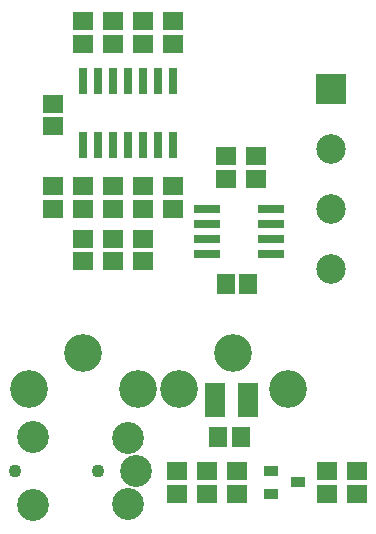
<source format=gbs>
G04 DipTrace 2.4.0.2*
%INeeg.backmask.gbs*%
%MOIN*%
%ADD31C,0.0433*%
%ADD38R,0.0315X0.0866*%
%ADD40R,0.0866X0.0315*%
%ADD42R,0.0492X0.0335*%
%ADD44C,0.0984*%
%ADD46R,0.0984X0.0984*%
%ADD48C,0.1063*%
%ADD50R,0.0591X0.0669*%
%ADD52R,0.0709X0.1142*%
%ADD54R,0.0669X0.0591*%
%ADD56C,0.126*%
%FSLAX44Y44*%
G04*
G70*
G90*
G75*
G01*
%LNBotMask*%
%LPD*%
D56*
X13768Y8437D3*
X10106D3*
X8768D3*
X5106D3*
X11937Y9618D3*
X6937D3*
D54*
X5937Y15187D3*
Y14439D3*
X8937Y12687D3*
Y13435D3*
X15063Y5686D3*
Y4938D3*
X7937Y14437D3*
Y15185D3*
D52*
X12437Y8062D3*
X11335D3*
D54*
X11063Y4938D3*
Y5686D3*
X8937Y20687D3*
Y19939D3*
X7937Y20687D3*
Y19939D3*
X5937Y17937D3*
Y17189D3*
D50*
X11689Y11937D3*
X12437D3*
D48*
X8687Y5687D3*
X8411Y6789D3*
Y4585D3*
X5262Y6829D3*
Y4545D3*
D31*
X7427Y5687D3*
X4671D3*
D46*
X15187Y18437D3*
D44*
Y16437D3*
Y14437D3*
Y12437D3*
D42*
X13187Y4937D3*
Y5685D3*
X14093Y5311D3*
D54*
X11687Y15437D3*
Y16185D3*
X9937Y14439D3*
Y15187D3*
X8937D3*
Y14439D3*
X7937Y13437D3*
Y12689D3*
X6937Y12687D3*
Y13435D3*
Y15187D3*
Y14439D3*
X10063Y5686D3*
Y4938D3*
X12063Y5686D3*
Y4938D3*
X16063D3*
Y5686D3*
D50*
X12187Y6812D3*
X11439D3*
D54*
X12687Y15439D3*
Y16187D3*
X6937Y19937D3*
Y20685D3*
X9937Y19937D3*
Y20685D3*
D40*
X13187Y14437D3*
Y13937D3*
Y13437D3*
Y12937D3*
X11061D3*
Y13437D3*
Y13937D3*
Y14437D3*
D38*
X6937Y18687D3*
X7437D3*
X7937D3*
X8437D3*
X8937D3*
X9437D3*
X9937D3*
Y16561D3*
X9437D3*
X8937D3*
X8437D3*
X7937D3*
X7437D3*
X6937D3*
M02*

</source>
